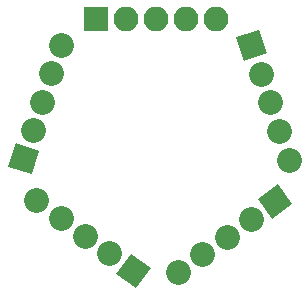
<source format=gbr>
G04 #@! TF.FileFunction,Soldermask,Top*
%FSLAX46Y46*%
G04 Gerber Fmt 4.6, Leading zero omitted, Abs format (unit mm)*
G04 Created by KiCad (PCBNEW 4.0.7) date 02/20/18 08:49:11*
%MOMM*%
%LPD*%
G01*
G04 APERTURE LIST*
%ADD10C,0.100000*%
%ADD11C,2.100000*%
%ADD12R,2.100000X2.100000*%
%ADD13O,2.100000X2.100000*%
G04 APERTURE END LIST*
D10*
G36*
X168433358Y-97967707D02*
X170132293Y-96733358D01*
X171366642Y-98432293D01*
X169667707Y-99666642D01*
X168433358Y-97967707D01*
X168433358Y-97967707D01*
G37*
D11*
X167845097Y-99692975D02*
X167845097Y-99692975D01*
X165790194Y-101185949D02*
X165790194Y-101185949D01*
X163735291Y-102678924D02*
X163735291Y-102678924D01*
X161680387Y-104171898D02*
X161680387Y-104171898D01*
D10*
G36*
X157667707Y-102633358D02*
X159366642Y-103867707D01*
X158132293Y-105566642D01*
X156433358Y-104332293D01*
X157667707Y-102633358D01*
X157667707Y-102633358D01*
G37*
D11*
X155845097Y-102607025D02*
X155845097Y-102607025D01*
X153790194Y-101114051D02*
X153790194Y-101114051D01*
X151735291Y-99621076D02*
X151735291Y-99621076D01*
X149680387Y-98128102D02*
X149680387Y-98128102D01*
D12*
X154750000Y-82750000D03*
D13*
X157290000Y-82750000D03*
X159830000Y-82750000D03*
X162370000Y-82750000D03*
X164910000Y-82750000D03*
D10*
G36*
X167225859Y-86323077D02*
X166576923Y-84325859D01*
X168574141Y-83676923D01*
X169223077Y-85674141D01*
X167225859Y-86323077D01*
X167225859Y-86323077D01*
G37*
D11*
X168684903Y-87415684D02*
X168684903Y-87415684D01*
X169469806Y-89831367D02*
X169469806Y-89831367D01*
X170254709Y-92247051D02*
X170254709Y-92247051D01*
X171039613Y-94662734D02*
X171039613Y-94662734D01*
D10*
G36*
X149923077Y-93925859D02*
X149274141Y-95923077D01*
X147276923Y-95274141D01*
X147925859Y-93276923D01*
X149923077Y-93925859D01*
X149923077Y-93925859D01*
G37*
D11*
X149384903Y-92184316D02*
X149384903Y-92184316D01*
X150169806Y-89768633D02*
X150169806Y-89768633D01*
X150954709Y-87352949D02*
X150954709Y-87352949D01*
X151739613Y-84937266D02*
X151739613Y-84937266D01*
M02*

</source>
